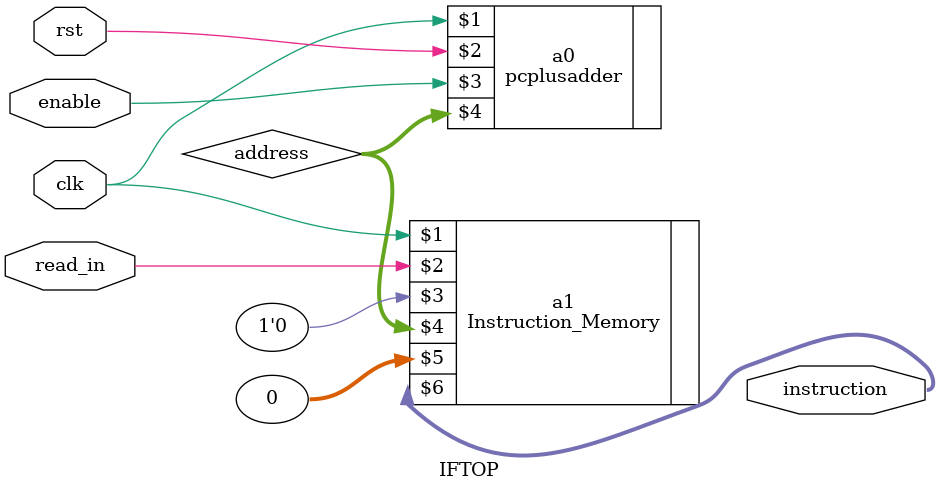
<source format=v>
`timescale 1ns / 1ps
module IFTOP(
    clk,rst,enable,read_in, instruction);
	 
input clk,rst,enable;
wire [31:0]address ;
input read_in;	 

output  [31:0] instruction;

pcplusadder a0(clk,rst,enable,address);//address outputted
Instruction_Memory a1(clk,read_in,1'b0,address[31:0], 32'b0,instruction);//instruction outputted

endmodule

</source>
